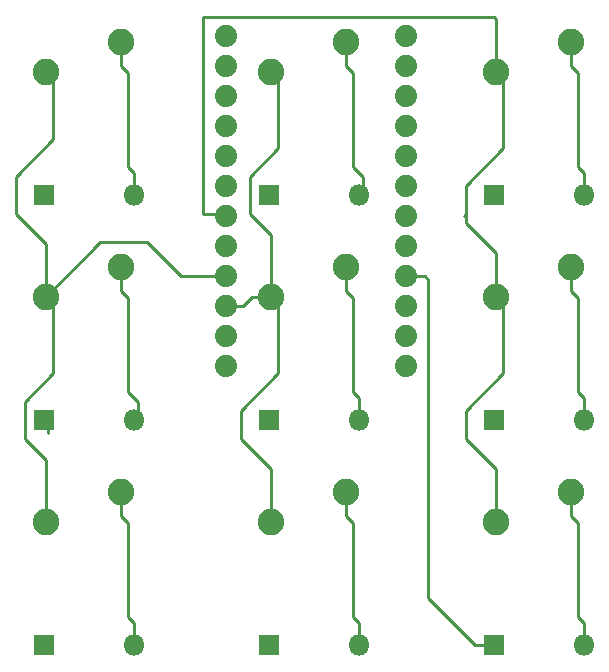
<source format=gtl>
%TF.GenerationSoftware,KiCad,Pcbnew,(5.1.6)-1*%
%TF.CreationDate,2020-10-02T01:53:22-06:00*%
%TF.ProjectId,macropad_3x3,6d616372-6f70-4616-945f-3378332e6b69,rev?*%
%TF.SameCoordinates,Original*%
%TF.FileFunction,Copper,L1,Top*%
%TF.FilePolarity,Positive*%
%FSLAX46Y46*%
G04 Gerber Fmt 4.6, Leading zero omitted, Abs format (unit mm)*
G04 Created by KiCad (PCBNEW (5.1.6)-1) date 2020-10-02 01:53:22*
%MOMM*%
%LPD*%
G01*
G04 APERTURE LIST*
%TA.AperFunction,ComponentPad*%
%ADD10O,1.800000X1.800000*%
%TD*%
%TA.AperFunction,ComponentPad*%
%ADD11R,1.800000X1.800000*%
%TD*%
%TA.AperFunction,ComponentPad*%
%ADD12C,2.250000*%
%TD*%
%TA.AperFunction,ComponentPad*%
%ADD13C,1.879600*%
%TD*%
%TA.AperFunction,Conductor*%
%ADD14C,0.250000*%
%TD*%
G04 APERTURE END LIST*
D10*
%TO.P,D9,2*%
%TO.N,Net-(D9-Pad2)*%
X73501250Y-77787500D03*
D11*
%TO.P,D9,1*%
%TO.N,row3*%
X65881250Y-77787500D03*
%TD*%
D10*
%TO.P,D8,2*%
%TO.N,Net-(D8-Pad2)*%
X73501250Y-58737500D03*
D11*
%TO.P,D8,1*%
%TO.N,row2*%
X65881250Y-58737500D03*
%TD*%
D10*
%TO.P,D7,2*%
%TO.N,Net-(D7-Pad2)*%
X73501250Y-39687500D03*
D11*
%TO.P,D7,1*%
%TO.N,row1*%
X65881250Y-39687500D03*
%TD*%
D10*
%TO.P,D6,2*%
%TO.N,Net-(D6-Pad2)*%
X54451250Y-77787500D03*
D11*
%TO.P,D6,1*%
%TO.N,row3*%
X46831250Y-77787500D03*
%TD*%
D10*
%TO.P,D5,2*%
%TO.N,Net-(D5-Pad2)*%
X54451250Y-58737500D03*
D11*
%TO.P,D5,1*%
%TO.N,row2*%
X46831250Y-58737500D03*
%TD*%
D10*
%TO.P,D4,2*%
%TO.N,Net-(D4-Pad2)*%
X54451250Y-39687500D03*
D11*
%TO.P,D4,1*%
%TO.N,row1*%
X46831250Y-39687500D03*
%TD*%
D10*
%TO.P,D3,2*%
%TO.N,Net-(D3-Pad2)*%
X35401250Y-77787500D03*
D11*
%TO.P,D3,1*%
%TO.N,row3*%
X27781250Y-77787500D03*
%TD*%
D10*
%TO.P,D2,2*%
%TO.N,Net-(D2-Pad2)*%
X35401250Y-58737500D03*
D11*
%TO.P,D2,1*%
%TO.N,row2*%
X27781250Y-58737500D03*
%TD*%
D10*
%TO.P,D1,2*%
%TO.N,Net-(D1-Pad2)*%
X35401250Y-39687500D03*
D11*
%TO.P,D1,1*%
%TO.N,row1*%
X27781250Y-39687500D03*
%TD*%
D12*
%TO.P,MX9,1*%
%TO.N,col2*%
X66040000Y-67310000D03*
%TO.P,MX9,2*%
%TO.N,Net-(D9-Pad2)*%
X72390000Y-64770000D03*
%TD*%
%TO.P,MX8,1*%
%TO.N,col2*%
X66040000Y-48260000D03*
%TO.P,MX8,2*%
%TO.N,Net-(D8-Pad2)*%
X72390000Y-45720000D03*
%TD*%
%TO.P,MX7,1*%
%TO.N,col2*%
X66040000Y-29210000D03*
%TO.P,MX7,2*%
%TO.N,Net-(D7-Pad2)*%
X72390000Y-26670000D03*
%TD*%
%TO.P,MX6,1*%
%TO.N,col1*%
X46990000Y-67310000D03*
%TO.P,MX6,2*%
%TO.N,Net-(D6-Pad2)*%
X53340000Y-64770000D03*
%TD*%
%TO.P,MX5,1*%
%TO.N,col1*%
X46990000Y-48260000D03*
%TO.P,MX5,2*%
%TO.N,Net-(D5-Pad2)*%
X53340000Y-45720000D03*
%TD*%
%TO.P,MX4,1*%
%TO.N,col1*%
X46990000Y-29210000D03*
%TO.P,MX4,2*%
%TO.N,Net-(D4-Pad2)*%
X53340000Y-26670000D03*
%TD*%
%TO.P,MX3,1*%
%TO.N,col0*%
X27940000Y-67310000D03*
%TO.P,MX3,2*%
%TO.N,Net-(D3-Pad2)*%
X34290000Y-64770000D03*
%TD*%
%TO.P,MX2,1*%
%TO.N,col0*%
X27940000Y-48260000D03*
%TO.P,MX2,2*%
%TO.N,Net-(D2-Pad2)*%
X34290000Y-45720000D03*
%TD*%
%TO.P,MX1,1*%
%TO.N,col0*%
X27940000Y-29210000D03*
%TO.P,MX1,2*%
%TO.N,Net-(D1-Pad2)*%
X34290000Y-26670000D03*
%TD*%
D13*
%TO.P,B1,1*%
%TO.N,TX0*%
X58420000Y-26193750D03*
%TO.P,B1,2*%
%TO.N,Net-(B1-Pad2)*%
X58420000Y-28733750D03*
%TO.P,B1,3*%
%TO.N,Net-(B1-Pad3)*%
X58420000Y-31273750D03*
%TO.P,B1,4*%
%TO.N,Net-(B1-Pad4)*%
X58420000Y-33813750D03*
%TO.P,B1,5*%
%TO.N,row0*%
X58420000Y-36353750D03*
%TO.P,B1,6*%
%TO.N,Net-(B1-Pad6)*%
X58420000Y-38893750D03*
%TO.P,B1,7*%
%TO.N,row1*%
X58420000Y-41433750D03*
%TO.P,B1,8*%
%TO.N,row2*%
X58420000Y-43973750D03*
%TO.P,B1,9*%
%TO.N,row3*%
X58420000Y-46513750D03*
%TO.P,B1,10*%
%TO.N,row4*%
X58420000Y-49053750D03*
%TO.P,B1,11*%
%TO.N,Net-(B1-Pad11)*%
X58420000Y-51593750D03*
%TO.P,B1,12*%
%TO.N,Net-(B1-Pad12)*%
X58420000Y-54133750D03*
%TO.P,B1,13*%
%TO.N,Net-(B1-Pad13)*%
X43180000Y-54133750D03*
%TO.P,B1,14*%
%TO.N,Net-(B1-Pad14)*%
X43180000Y-51593750D03*
%TO.P,B1,15*%
%TO.N,col1*%
X43180000Y-49053750D03*
%TO.P,B1,16*%
%TO.N,col0*%
X43180000Y-46513750D03*
%TO.P,B1,17*%
%TO.N,Net-(B1-Pad17)*%
X43180000Y-43973750D03*
%TO.P,B1,18*%
%TO.N,col2*%
X43180000Y-41433750D03*
%TO.P,B1,19*%
%TO.N,Net-(B1-Pad19)*%
X43180000Y-38893750D03*
%TO.P,B1,20*%
%TO.N,col3*%
X43180000Y-36353750D03*
%TO.P,B1,21*%
%TO.N,Net-(B1-Pad21)*%
X43180000Y-33813750D03*
%TO.P,B1,22*%
%TO.N,Net-(B1-Pad22)*%
X43180000Y-31273750D03*
%TO.P,B1,23*%
%TO.N,Net-(B1-Pad23)*%
X43180000Y-28733750D03*
%TO.P,B1,24*%
%TO.N,RAW*%
X43180000Y-26193750D03*
%TD*%
D14*
%TO.N,col2*%
X66040000Y-29210000D02*
X66040000Y-29527500D01*
X66040000Y-29527500D02*
X66675000Y-30162500D01*
X66675000Y-30162500D02*
X66675000Y-35718750D01*
X66675000Y-35718750D02*
X63500000Y-38893750D01*
X66040000Y-44608750D02*
X66040000Y-48260000D01*
X63500000Y-42068750D02*
X66040000Y-44608750D01*
X66040000Y-62865000D02*
X66040000Y-67310000D01*
X66040000Y-48577500D02*
X66675000Y-49212500D01*
X63500000Y-60325000D02*
X66040000Y-62865000D01*
X66040000Y-48260000D02*
X66040000Y-48577500D01*
X66675000Y-49212500D02*
X66675000Y-54768750D01*
X66675000Y-54768750D02*
X63500000Y-57943750D01*
X63500000Y-57943750D02*
X63500000Y-60325000D01*
X63341250Y-41433750D02*
X63500000Y-41275000D01*
X63500000Y-38893750D02*
X63500000Y-41275000D01*
X63500000Y-41275000D02*
X63500000Y-42068750D01*
X66040000Y-24765000D02*
X65881250Y-24606250D01*
X66040000Y-29210000D02*
X66040000Y-24765000D01*
X43021250Y-41275000D02*
X43180000Y-41433750D01*
X41275000Y-24606250D02*
X41275000Y-41275000D01*
X65881250Y-24606250D02*
X41275000Y-24606250D01*
X41275000Y-41275000D02*
X43021250Y-41275000D01*
%TO.N,col0*%
X25400000Y-41275000D02*
X27940000Y-43815000D01*
X27940000Y-29210000D02*
X27940000Y-29527500D01*
X28575000Y-30162500D02*
X28575000Y-34925000D01*
X25400000Y-38100000D02*
X25400000Y-41275000D01*
X27940000Y-43815000D02*
X27940000Y-48260000D01*
X27940000Y-29527500D02*
X28575000Y-30162500D01*
X28575000Y-34925000D02*
X25400000Y-38100000D01*
X27940000Y-62071250D02*
X27940000Y-67310000D01*
X26193750Y-60325000D02*
X27940000Y-62071250D01*
X27940000Y-48577500D02*
X28575000Y-49212500D01*
X27940000Y-48260000D02*
X27940000Y-48577500D01*
X28575000Y-49212500D02*
X28575000Y-54768750D01*
X28575000Y-54768750D02*
X26193750Y-57150000D01*
X26193750Y-57150000D02*
X26193750Y-60325000D01*
X39370000Y-46513750D02*
X43180000Y-46513750D01*
X36512500Y-43656250D02*
X39370000Y-46513750D01*
X27940000Y-48260000D02*
X32543750Y-43656250D01*
X32543750Y-43656250D02*
X36512500Y-43656250D01*
%TO.N,col1*%
X46990000Y-48260000D02*
X46990000Y-48577500D01*
X46990000Y-48577500D02*
X47625000Y-49212500D01*
X47625000Y-49212500D02*
X47625000Y-54768750D01*
X47625000Y-54768750D02*
X44450000Y-57943750D01*
X44450000Y-57943750D02*
X44450000Y-60325000D01*
X46990000Y-62865000D02*
X46990000Y-67310000D01*
X46990000Y-43021250D02*
X46990000Y-48260000D01*
X46990000Y-29527500D02*
X47625000Y-30162500D01*
X46990000Y-29210000D02*
X46990000Y-29527500D01*
X45243750Y-41275000D02*
X46990000Y-43021250D01*
X47625000Y-35718750D02*
X45243750Y-38100000D01*
X45243750Y-38100000D02*
X45243750Y-41275000D01*
X47625000Y-30162500D02*
X47625000Y-35718750D01*
X46831250Y-62706250D02*
X46990000Y-62865000D01*
X44450000Y-60325000D02*
X46831250Y-62706250D01*
X43180000Y-49053750D02*
X44608750Y-49053750D01*
X45402500Y-48260000D02*
X46990000Y-48260000D01*
X44608750Y-49053750D02*
X45402500Y-48260000D01*
%TO.N,row4*%
X58578750Y-49212500D02*
X58420000Y-49053750D01*
X58261250Y-49212500D02*
X58420000Y-49053750D01*
%TO.N,row3*%
X58420000Y-46513750D02*
X60007500Y-46513750D01*
X60007500Y-46513750D02*
X60325000Y-46831250D01*
X60325000Y-46831250D02*
X60325000Y-73818750D01*
X60325000Y-73818750D02*
X64293750Y-77787500D01*
X64293750Y-77787500D02*
X65881250Y-77787500D01*
%TO.N,row2*%
X28098750Y-58737500D02*
X28098750Y-59848750D01*
%TO.N,Net-(D1-Pad2)*%
X34290000Y-26670000D02*
X34290000Y-28733750D01*
X34290000Y-28733750D02*
X34925000Y-29368750D01*
X34925000Y-29368750D02*
X34925000Y-37306250D01*
X35401250Y-39687500D02*
X35401250Y-37782500D01*
X35401250Y-37782500D02*
X34925000Y-37306250D01*
%TO.N,Net-(D2-Pad2)*%
X34290000Y-45720000D02*
X34290000Y-47783750D01*
X34290000Y-47783750D02*
X34925000Y-48418750D01*
X34925000Y-48418750D02*
X34925000Y-56356250D01*
X35718750Y-58737500D02*
X35718750Y-57150000D01*
X35718750Y-57150000D02*
X34925000Y-56356250D01*
%TO.N,Net-(D3-Pad2)*%
X35401250Y-77787500D02*
X35401250Y-75882500D01*
X35401250Y-75882500D02*
X34925000Y-75406250D01*
X34290000Y-64770000D02*
X34290000Y-66833750D01*
X34290000Y-66833750D02*
X34925000Y-67468750D01*
X34925000Y-67468750D02*
X34925000Y-75406250D01*
%TO.N,Net-(D4-Pad2)*%
X53340000Y-26670000D02*
X53340000Y-28733750D01*
X53340000Y-28733750D02*
X53975000Y-29368750D01*
X53975000Y-29368750D02*
X53975000Y-37306250D01*
X54768750Y-39687500D02*
X54768750Y-38100000D01*
X54768750Y-38100000D02*
X53975000Y-37306250D01*
%TO.N,Net-(D5-Pad2)*%
X53340000Y-45720000D02*
X53340000Y-47783750D01*
X53340000Y-47783750D02*
X53975000Y-48418750D01*
X53975000Y-48418750D02*
X53975000Y-56356250D01*
X54451250Y-58737500D02*
X54451250Y-56832500D01*
X54451250Y-56832500D02*
X53975000Y-56356250D01*
%TO.N,Net-(D6-Pad2)*%
X53340000Y-64770000D02*
X53340000Y-66833750D01*
X53340000Y-66833750D02*
X53975000Y-67468750D01*
X53975000Y-67468750D02*
X53975000Y-75406250D01*
X54451250Y-75882500D02*
X53975000Y-75406250D01*
X54451250Y-77787500D02*
X54451250Y-75882500D01*
%TO.N,Net-(D7-Pad2)*%
X72390000Y-26670000D02*
X72390000Y-28733750D01*
X72390000Y-28733750D02*
X73025000Y-29368750D01*
X73025000Y-29368750D02*
X73025000Y-37306250D01*
X73501250Y-39687500D02*
X73501250Y-37782500D01*
X73501250Y-37782500D02*
X73025000Y-37306250D01*
%TO.N,Net-(D8-Pad2)*%
X72390000Y-45720000D02*
X72390000Y-47783750D01*
X72390000Y-47783750D02*
X73025000Y-48418750D01*
X73025000Y-48418750D02*
X73025000Y-56356250D01*
X73501250Y-58737500D02*
X73501250Y-56832500D01*
X73501250Y-56832500D02*
X73025000Y-56356250D01*
%TO.N,Net-(D9-Pad2)*%
X72390000Y-64770000D02*
X72390000Y-66833750D01*
X72390000Y-66833750D02*
X73025000Y-67468750D01*
X73025000Y-67468750D02*
X73025000Y-75406250D01*
X73501250Y-77787500D02*
X73501250Y-75882500D01*
X73501250Y-75882500D02*
X73025000Y-75406250D01*
%TD*%
M02*

</source>
